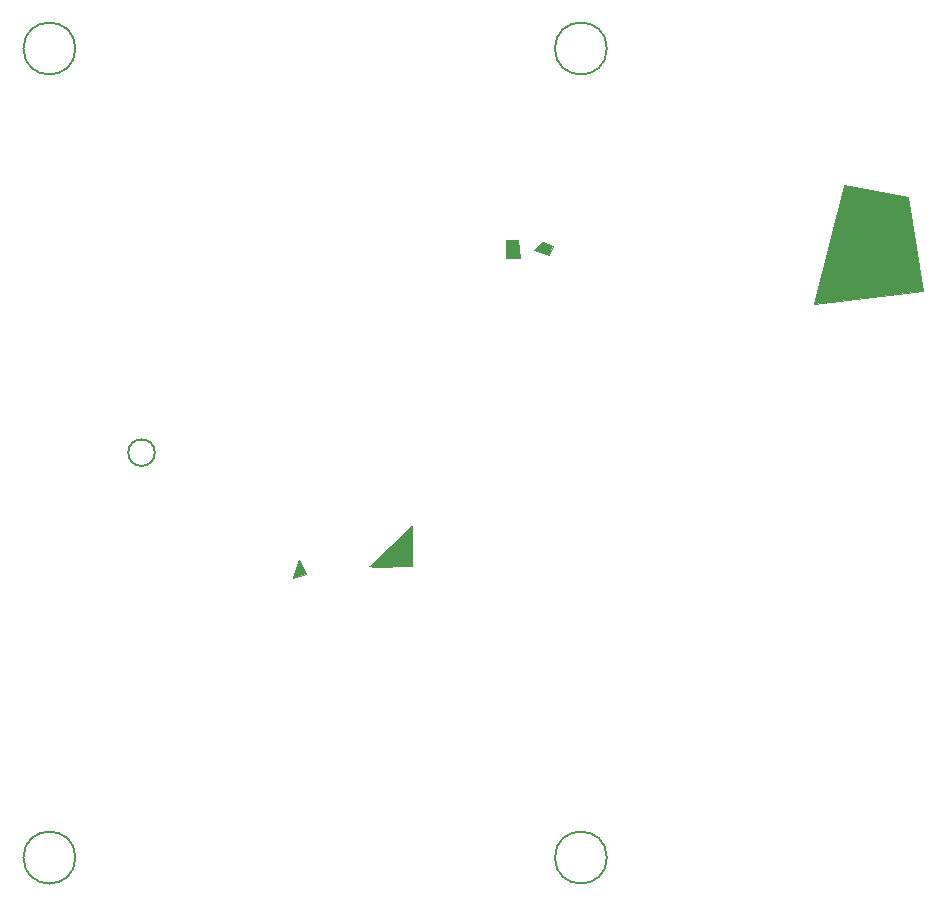
<source format=gbr>
%TF.GenerationSoftware,KiCad,Pcbnew,6.0.11-2627ca5db0~126~ubuntu22.04.1*%
%TF.CreationDate,2023-07-24T12:12:12+02:00*%
%TF.ProjectId,HB-UNI-SEN-BATT_ATMega1284P_E07-868MS10_FUEL4EP,48422d55-4e49-42d5-9345-4e2d42415454,1.2*%
%TF.SameCoordinates,Original*%
%TF.FileFunction,Other,Comment*%
%FSLAX46Y46*%
G04 Gerber Fmt 4.6, Leading zero omitted, Abs format (unit mm)*
G04 Created by KiCad (PCBNEW 6.0.11-2627ca5db0~126~ubuntu22.04.1) date 2023-07-24 12:12:12*
%MOMM*%
%LPD*%
G01*
G04 APERTURE LIST*
%ADD10C,0.100000*%
%ADD11C,0.150000*%
G04 APERTURE END LIST*
D10*
G36*
X46685000Y-48095000D02*
G01*
X43319500Y-48158500D01*
X46685000Y-44666000D01*
X46685000Y-48095000D01*
G37*
X46685000Y-48095000D02*
X43319500Y-48158500D01*
X46685000Y-44666000D01*
X46685000Y-48095000D01*
G36*
X46685000Y-48095000D02*
G01*
X43065500Y-48095000D01*
X43129000Y-48031500D01*
X46685000Y-44666000D01*
X46685000Y-48095000D01*
G37*
X46685000Y-48095000D02*
X43065500Y-48095000D01*
X43129000Y-48031500D01*
X46685000Y-44666000D01*
X46685000Y-48095000D01*
G36*
X88722000Y-16802200D02*
G01*
X89941200Y-24803200D01*
X80695600Y-25895400D01*
X83311800Y-15913200D01*
X83261000Y-15837000D01*
X88722000Y-16802200D01*
G37*
X88722000Y-16802200D02*
X89941200Y-24803200D01*
X80695600Y-25895400D01*
X83311800Y-15913200D01*
X83261000Y-15837000D01*
X88722000Y-16802200D01*
G36*
X55676600Y-20485200D02*
G01*
X55854400Y-21983800D01*
X54660600Y-22009200D01*
X54686000Y-20459800D01*
X54686000Y-20434400D01*
X55676600Y-20485200D01*
G37*
X55676600Y-20485200D02*
X55854400Y-21983800D01*
X54660600Y-22009200D01*
X54686000Y-20459800D01*
X54686000Y-20434400D01*
X55676600Y-20485200D01*
G36*
X37731500Y-48730000D02*
G01*
X36588500Y-49047500D01*
X37160000Y-47523500D01*
X37731500Y-48730000D01*
G37*
X37731500Y-48730000D02*
X36588500Y-49047500D01*
X37160000Y-47523500D01*
X37731500Y-48730000D01*
G36*
X58623000Y-20942400D02*
G01*
X58292800Y-21755200D01*
X56997400Y-21323400D01*
X57784800Y-20663000D01*
X58623000Y-20942400D01*
G37*
X58623000Y-20942400D02*
X58292800Y-21755200D01*
X56997400Y-21323400D01*
X57784800Y-20663000D01*
X58623000Y-20942400D01*
D11*
%TO.C,Module1*%
X24925000Y-38470000D02*
G75*
G03*
X24925000Y-38470000I-1125000J0D01*
G01*
%TO.C,H2*%
X63200000Y-4250000D02*
G75*
G03*
X63200000Y-4250000I-2200000J0D01*
G01*
%TO.C,H4*%
X63200000Y-72750000D02*
G75*
G03*
X63200000Y-72750000I-2200000J0D01*
G01*
%TO.C,H1*%
X18200000Y-4250000D02*
G75*
G03*
X18200000Y-4250000I-2200000J0D01*
G01*
%TO.C,H3*%
X18200000Y-72750000D02*
G75*
G03*
X18200000Y-72750000I-2200000J0D01*
G01*
%TD*%
M02*

</source>
